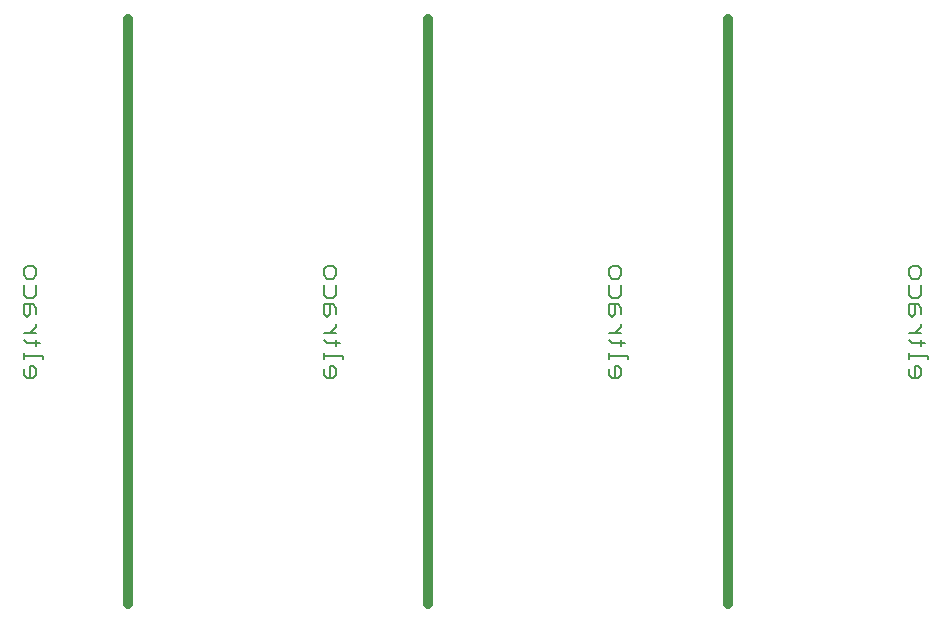
<source format=gbo>
G75*
%MOIN*%
%OFA0B0*%
%FSLAX25Y25*%
%IPPOS*%
%LPD*%
%AMOC8*
5,1,8,0,0,1.08239X$1,22.5*
%
%ADD10C,0.00600*%
%ADD11C,0.03200*%
D10*
X0062368Y0077900D02*
X0064503Y0077900D01*
X0065570Y0078968D01*
X0065570Y0081103D01*
X0064503Y0082170D01*
X0063435Y0082170D01*
X0063435Y0077900D01*
X0062368Y0077900D02*
X0061300Y0078968D01*
X0061300Y0081103D01*
X0061300Y0084345D02*
X0061300Y0086481D01*
X0061300Y0085413D02*
X0067705Y0085413D01*
X0067705Y0084345D01*
X0065570Y0088642D02*
X0065570Y0090778D01*
X0066638Y0089710D02*
X0062368Y0089710D01*
X0061300Y0090778D01*
X0061300Y0092939D02*
X0065570Y0092939D01*
X0063435Y0092939D02*
X0065570Y0095075D01*
X0065570Y0096142D01*
X0065570Y0099378D02*
X0065570Y0101513D01*
X0064503Y0102581D01*
X0061300Y0102581D01*
X0061300Y0099378D01*
X0062368Y0098311D01*
X0063435Y0099378D01*
X0063435Y0102581D01*
X0062368Y0104756D02*
X0061300Y0105824D01*
X0061300Y0109027D01*
X0062368Y0111202D02*
X0061300Y0112269D01*
X0061300Y0114404D01*
X0062368Y0115472D01*
X0064503Y0115472D01*
X0065570Y0114404D01*
X0065570Y0112269D01*
X0064503Y0111202D01*
X0062368Y0111202D01*
X0065570Y0109027D02*
X0065570Y0105824D01*
X0064503Y0104756D01*
X0062368Y0104756D01*
X0161300Y0105824D02*
X0161300Y0109027D01*
X0162368Y0111202D02*
X0161300Y0112269D01*
X0161300Y0114404D01*
X0162368Y0115472D01*
X0164503Y0115472D01*
X0165570Y0114404D01*
X0165570Y0112269D01*
X0164503Y0111202D01*
X0162368Y0111202D01*
X0165570Y0109027D02*
X0165570Y0105824D01*
X0164503Y0104756D01*
X0162368Y0104756D01*
X0161300Y0105824D01*
X0161300Y0102581D02*
X0161300Y0099378D01*
X0162368Y0098311D01*
X0163435Y0099378D01*
X0163435Y0102581D01*
X0164503Y0102581D02*
X0161300Y0102581D01*
X0164503Y0102581D02*
X0165570Y0101513D01*
X0165570Y0099378D01*
X0165570Y0096142D02*
X0165570Y0095075D01*
X0163435Y0092939D01*
X0161300Y0092939D02*
X0165570Y0092939D01*
X0165570Y0090778D02*
X0165570Y0088642D01*
X0166638Y0089710D02*
X0162368Y0089710D01*
X0161300Y0090778D01*
X0161300Y0086481D02*
X0161300Y0084345D01*
X0161300Y0085413D02*
X0167705Y0085413D01*
X0167705Y0084345D01*
X0164503Y0082170D02*
X0163435Y0082170D01*
X0163435Y0077900D01*
X0162368Y0077900D02*
X0164503Y0077900D01*
X0165570Y0078968D01*
X0165570Y0081103D01*
X0164503Y0082170D01*
X0161300Y0081103D02*
X0161300Y0078968D01*
X0162368Y0077900D01*
X0256300Y0078968D02*
X0257368Y0077900D01*
X0259503Y0077900D01*
X0260570Y0078968D01*
X0260570Y0081103D01*
X0259503Y0082170D01*
X0258435Y0082170D01*
X0258435Y0077900D01*
X0256300Y0078968D02*
X0256300Y0081103D01*
X0256300Y0084345D02*
X0256300Y0086481D01*
X0256300Y0085413D02*
X0262705Y0085413D01*
X0262705Y0084345D01*
X0260570Y0088642D02*
X0260570Y0090778D01*
X0261638Y0089710D02*
X0257368Y0089710D01*
X0256300Y0090778D01*
X0256300Y0092939D02*
X0260570Y0092939D01*
X0258435Y0092939D02*
X0260570Y0095075D01*
X0260570Y0096142D01*
X0260570Y0099378D02*
X0260570Y0101513D01*
X0259503Y0102581D01*
X0256300Y0102581D01*
X0256300Y0099378D01*
X0257368Y0098311D01*
X0258435Y0099378D01*
X0258435Y0102581D01*
X0257368Y0104756D02*
X0256300Y0105824D01*
X0256300Y0109027D01*
X0257368Y0111202D02*
X0256300Y0112269D01*
X0256300Y0114404D01*
X0257368Y0115472D01*
X0259503Y0115472D01*
X0260570Y0114404D01*
X0260570Y0112269D01*
X0259503Y0111202D01*
X0257368Y0111202D01*
X0260570Y0109027D02*
X0260570Y0105824D01*
X0259503Y0104756D01*
X0257368Y0104756D01*
X0356300Y0105824D02*
X0356300Y0109027D01*
X0357368Y0111202D02*
X0356300Y0112269D01*
X0356300Y0114404D01*
X0357368Y0115472D01*
X0359503Y0115472D01*
X0360570Y0114404D01*
X0360570Y0112269D01*
X0359503Y0111202D01*
X0357368Y0111202D01*
X0360570Y0109027D02*
X0360570Y0105824D01*
X0359503Y0104756D01*
X0357368Y0104756D01*
X0356300Y0105824D01*
X0356300Y0102581D02*
X0356300Y0099378D01*
X0357368Y0098311D01*
X0358435Y0099378D01*
X0358435Y0102581D01*
X0359503Y0102581D02*
X0356300Y0102581D01*
X0359503Y0102581D02*
X0360570Y0101513D01*
X0360570Y0099378D01*
X0360570Y0096142D02*
X0360570Y0095075D01*
X0358435Y0092939D01*
X0356300Y0092939D02*
X0360570Y0092939D01*
X0360570Y0090778D02*
X0360570Y0088642D01*
X0361638Y0089710D02*
X0357368Y0089710D01*
X0356300Y0090778D01*
X0356300Y0086481D02*
X0356300Y0084345D01*
X0356300Y0085413D02*
X0362705Y0085413D01*
X0362705Y0084345D01*
X0359503Y0082170D02*
X0358435Y0082170D01*
X0358435Y0077900D01*
X0357368Y0077900D02*
X0359503Y0077900D01*
X0360570Y0078968D01*
X0360570Y0081103D01*
X0359503Y0082170D01*
X0356300Y0081103D02*
X0356300Y0078968D01*
X0357368Y0077900D01*
D11*
X0096000Y0002600D02*
X0096000Y0197600D01*
X0196000Y0197600D02*
X0196000Y0002600D01*
X0296000Y0002600D02*
X0296000Y0197600D01*
M02*

</source>
